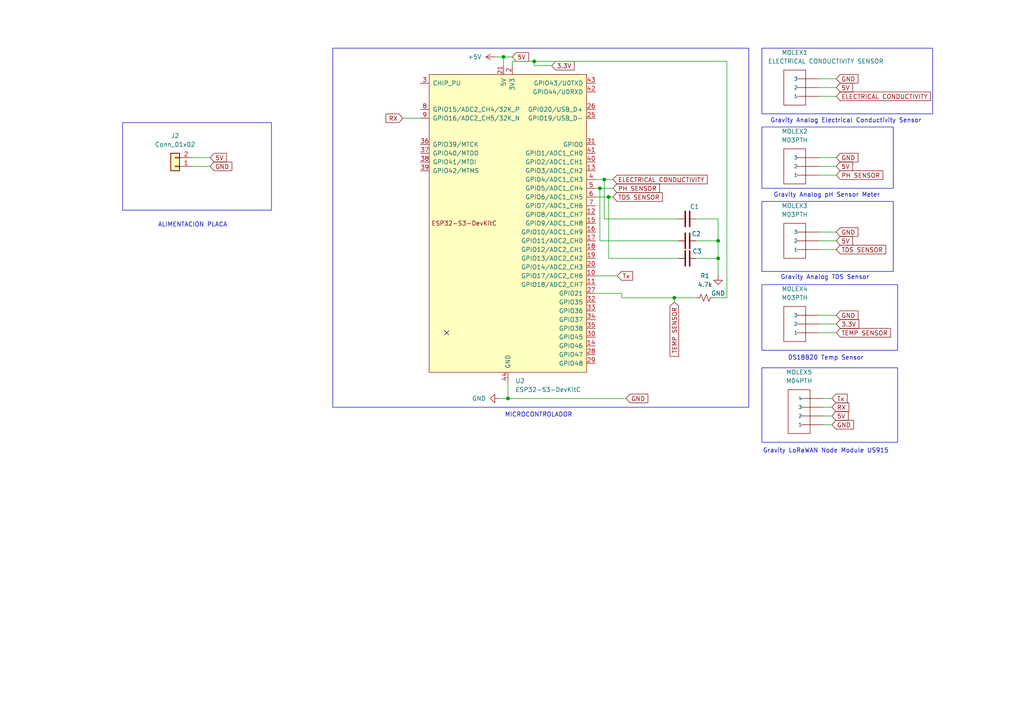
<source format=kicad_sch>
(kicad_sch
	(version 20250114)
	(generator "eeschema")
	(generator_version "9.0")
	(uuid "4878f518-0ef3-4f65-a6b2-5ae917900823")
	(paper "A4")
	(title_block
		(title "Placa de control transmisora")
		(rev "Camila F. Vargas")
		(company "Instituto Tecnologico de las Americas")
	)
	(lib_symbols
		(symbol "Espressif:ESP32-S3-DevKitC"
			(pin_names
				(offset 1.016)
			)
			(exclude_from_sim no)
			(in_bom yes)
			(on_board yes)
			(property "Reference" "U"
				(at -22.86 48.26 0)
				(effects
					(font
						(size 1.27 1.27)
					)
					(justify left)
				)
			)
			(property "Value" "ESP32-S3-DevKitC"
				(at -22.86 45.72 0)
				(effects
					(font
						(size 1.27 1.27)
					)
					(justify left)
				)
			)
			(property "Footprint" "PCM_Espressif:ESP32-S3-DevKitC"
				(at 0 -57.15 0)
				(effects
					(font
						(size 1.27 1.27)
					)
					(hide yes)
				)
			)
			(property "Datasheet" ""
				(at -59.69 -2.54 0)
				(effects
					(font
						(size 1.27 1.27)
					)
					(hide yes)
				)
			)
			(property "Description" "ESP32-S3-DevKitC"
				(at 0 0 0)
				(effects
					(font
						(size 1.27 1.27)
					)
					(hide yes)
				)
			)
			(symbol "ESP32-S3-DevKitC_0_0"
				(text "ESP32-S3-DevKitC"
					(at -12.7 0 0)
					(effects
						(font
							(size 1.27 1.27)
						)
					)
				)
				(pin bidirectional line
					(at -25.4 15.24 0)
					(length 2.54)
					(name "GPIO42/MTMS"
						(effects
							(font
								(size 1.27 1.27)
							)
						)
					)
					(number "39"
						(effects
							(font
								(size 1.27 1.27)
							)
						)
					)
				)
				(pin power_in line
					(at 0 -45.72 90)
					(length 2.54)
					(name "GND"
						(effects
							(font
								(size 1.27 1.27)
							)
						)
					)
					(number "44"
						(effects
							(font
								(size 1.27 1.27)
							)
						)
					)
				)
				(pin bidirectional line
					(at 25.4 40.64 180)
					(length 2.54)
					(name "GPIO43/U0TXD"
						(effects
							(font
								(size 1.27 1.27)
							)
						)
					)
					(number "43"
						(effects
							(font
								(size 1.27 1.27)
							)
						)
					)
				)
				(pin bidirectional line
					(at 25.4 38.1 180)
					(length 2.54)
					(name "GPIO44/U0RXD"
						(effects
							(font
								(size 1.27 1.27)
							)
						)
					)
					(number "42"
						(effects
							(font
								(size 1.27 1.27)
							)
						)
					)
				)
				(pin bidirectional line
					(at 25.4 20.32 180)
					(length 2.54)
					(name "GPIO1/ADC1_CH0"
						(effects
							(font
								(size 1.27 1.27)
							)
						)
					)
					(number "41"
						(effects
							(font
								(size 1.27 1.27)
							)
						)
					)
				)
				(pin bidirectional line
					(at 25.4 17.78 180)
					(length 2.54)
					(name "GPIO2/ADC1_CH1"
						(effects
							(font
								(size 1.27 1.27)
							)
						)
					)
					(number "40"
						(effects
							(font
								(size 1.27 1.27)
							)
						)
					)
				)
				(pin bidirectional line
					(at 25.4 -10.16 180)
					(length 2.54)
					(name "GPIO13/ADC2_CH2"
						(effects
							(font
								(size 1.27 1.27)
							)
						)
					)
					(number "19"
						(effects
							(font
								(size 1.27 1.27)
							)
						)
					)
				)
				(pin bidirectional line
					(at 25.4 -35.56 180)
					(length 2.54)
					(name "GPIO46"
						(effects
							(font
								(size 1.27 1.27)
							)
						)
					)
					(number "14"
						(effects
							(font
								(size 1.27 1.27)
							)
						)
					)
				)
			)
			(symbol "ESP32-S3-DevKitC_0_1"
				(rectangle
					(start -22.86 43.18)
					(end 22.86 -43.18)
					(stroke
						(width 0)
						(type default)
					)
					(fill
						(type background)
					)
				)
				(pin power_in line
					(at 1.27 45.72 270)
					(length 2.54)
					(name "3V3"
						(effects
							(font
								(size 1.27 1.27)
							)
						)
					)
					(number "2"
						(effects
							(font
								(size 1.27 1.27)
							)
						)
					)
				)
			)
			(symbol "ESP32-S3-DevKitC_1_1"
				(pin input line
					(at -25.4 40.64 0)
					(length 2.54)
					(name "CHIP_PU"
						(effects
							(font
								(size 1.27 1.27)
							)
						)
					)
					(number "3"
						(effects
							(font
								(size 1.27 1.27)
							)
						)
					)
				)
				(pin bidirectional line
					(at -25.4 33.02 0)
					(length 2.54)
					(name "GPIO15/ADC2_CH4/32K_P"
						(effects
							(font
								(size 1.27 1.27)
							)
						)
					)
					(number "8"
						(effects
							(font
								(size 1.27 1.27)
							)
						)
					)
				)
				(pin bidirectional line
					(at -25.4 30.48 0)
					(length 2.54)
					(name "GPIO16/ADC2_CH5/32K_N"
						(effects
							(font
								(size 1.27 1.27)
							)
						)
					)
					(number "9"
						(effects
							(font
								(size 1.27 1.27)
							)
						)
					)
				)
				(pin bidirectional line
					(at -25.4 22.86 0)
					(length 2.54)
					(name "GPIO39/MTCK"
						(effects
							(font
								(size 1.27 1.27)
							)
						)
					)
					(number "36"
						(effects
							(font
								(size 1.27 1.27)
							)
						)
					)
				)
				(pin bidirectional line
					(at -25.4 20.32 0)
					(length 2.54)
					(name "GPIO40/MTDO"
						(effects
							(font
								(size 1.27 1.27)
							)
						)
					)
					(number "37"
						(effects
							(font
								(size 1.27 1.27)
							)
						)
					)
				)
				(pin bidirectional line
					(at -25.4 17.78 0)
					(length 2.54)
					(name "GPIO41/MTDI"
						(effects
							(font
								(size 1.27 1.27)
							)
						)
					)
					(number "38"
						(effects
							(font
								(size 1.27 1.27)
							)
						)
					)
				)
				(pin power_in line
					(at -1.27 45.72 270)
					(length 2.54)
					(name "5V"
						(effects
							(font
								(size 1.27 1.27)
							)
						)
					)
					(number "21"
						(effects
							(font
								(size 1.27 1.27)
							)
						)
					)
				)
				(pin passive line
					(at 0 -45.72 90)
					(length 2.54)
					(hide yes)
					(name "GND"
						(effects
							(font
								(size 1.27 1.27)
							)
						)
					)
					(number "22"
						(effects
							(font
								(size 1.27 1.27)
							)
						)
					)
				)
				(pin passive line
					(at 0 -45.72 90)
					(length 2.54)
					(hide yes)
					(name "GND"
						(effects
							(font
								(size 1.27 1.27)
							)
						)
					)
					(number "23"
						(effects
							(font
								(size 1.27 1.27)
							)
						)
					)
				)
				(pin passive line
					(at 0 -45.72 90)
					(length 2.54)
					(hide yes)
					(name "GND"
						(effects
							(font
								(size 1.27 1.27)
							)
						)
					)
					(number "24"
						(effects
							(font
								(size 1.27 1.27)
							)
						)
					)
				)
				(pin passive line
					(at 1.27 45.72 270)
					(length 2.54)
					(hide yes)
					(name "3V3"
						(effects
							(font
								(size 1.27 1.27)
							)
						)
					)
					(number "1"
						(effects
							(font
								(size 1.27 1.27)
							)
						)
					)
				)
				(pin bidirectional line
					(at 25.4 33.02 180)
					(length 2.54)
					(name "GPIO20/USB_D+"
						(effects
							(font
								(size 1.27 1.27)
							)
						)
					)
					(number "26"
						(effects
							(font
								(size 1.27 1.27)
							)
						)
					)
				)
				(pin bidirectional line
					(at 25.4 30.48 180)
					(length 2.54)
					(name "GPIO19/USB_D-"
						(effects
							(font
								(size 1.27 1.27)
							)
						)
					)
					(number "25"
						(effects
							(font
								(size 1.27 1.27)
							)
						)
					)
				)
				(pin bidirectional line
					(at 25.4 22.86 180)
					(length 2.54)
					(name "GPIO0"
						(effects
							(font
								(size 1.27 1.27)
							)
						)
					)
					(number "31"
						(effects
							(font
								(size 1.27 1.27)
							)
						)
					)
				)
				(pin bidirectional line
					(at 25.4 15.24 180)
					(length 2.54)
					(name "GPIO3/ADC1_CH2"
						(effects
							(font
								(size 1.27 1.27)
							)
						)
					)
					(number "13"
						(effects
							(font
								(size 1.27 1.27)
							)
						)
					)
				)
				(pin bidirectional line
					(at 25.4 12.7 180)
					(length 2.54)
					(name "GPIO4/ADC1_CH3"
						(effects
							(font
								(size 1.27 1.27)
							)
						)
					)
					(number "4"
						(effects
							(font
								(size 1.27 1.27)
							)
						)
					)
				)
				(pin bidirectional line
					(at 25.4 10.16 180)
					(length 2.54)
					(name "GPIO5/ADC1_CH4"
						(effects
							(font
								(size 1.27 1.27)
							)
						)
					)
					(number "5"
						(effects
							(font
								(size 1.27 1.27)
							)
						)
					)
				)
				(pin bidirectional line
					(at 25.4 7.62 180)
					(length 2.54)
					(name "GPIO6/ADC1_CH5"
						(effects
							(font
								(size 1.27 1.27)
							)
						)
					)
					(number "6"
						(effects
							(font
								(size 1.27 1.27)
							)
						)
					)
				)
				(pin bidirectional line
					(at 25.4 5.08 180)
					(length 2.54)
					(name "GPIO7/ADC1_CH6"
						(effects
							(font
								(size 1.27 1.27)
							)
						)
					)
					(number "7"
						(effects
							(font
								(size 1.27 1.27)
							)
						)
					)
				)
				(pin bidirectional line
					(at 25.4 2.54 180)
					(length 2.54)
					(name "GPIO8/ADC1_CH7"
						(effects
							(font
								(size 1.27 1.27)
							)
						)
					)
					(number "12"
						(effects
							(font
								(size 1.27 1.27)
							)
						)
					)
				)
				(pin bidirectional line
					(at 25.4 0 180)
					(length 2.54)
					(name "GPIO9/ADC1_CH8"
						(effects
							(font
								(size 1.27 1.27)
							)
						)
					)
					(number "15"
						(effects
							(font
								(size 1.27 1.27)
							)
						)
					)
				)
				(pin bidirectional line
					(at 25.4 -2.54 180)
					(length 2.54)
					(name "GPIO10/ADC1_CH9"
						(effects
							(font
								(size 1.27 1.27)
							)
						)
					)
					(number "16"
						(effects
							(font
								(size 1.27 1.27)
							)
						)
					)
				)
				(pin bidirectional line
					(at 25.4 -5.08 180)
					(length 2.54)
					(name "GPIO11/ADC2_CH0"
						(effects
							(font
								(size 1.27 1.27)
							)
						)
					)
					(number "17"
						(effects
							(font
								(size 1.27 1.27)
							)
						)
					)
				)
				(pin bidirectional line
					(at 25.4 -7.62 180)
					(length 2.54)
					(name "GPIO12/ADC2_CH1"
						(effects
							(font
								(size 1.27 1.27)
							)
						)
					)
					(number "18"
						(effects
							(font
								(size 1.27 1.27)
							)
						)
					)
				)
				(pin bidirectional line
					(at 25.4 -12.7 180)
					(length 2.54)
					(name "GPIO14/ADC2_CH3"
						(effects
							(font
								(size 1.27 1.27)
							)
						)
					)
					(number "20"
						(effects
							(font
								(size 1.27 1.27)
							)
						)
					)
				)
				(pin bidirectional line
					(at 25.4 -15.24 180)
					(length 2.54)
					(name "GPIO17/ADC2_CH6"
						(effects
							(font
								(size 1.27 1.27)
							)
						)
					)
					(number "10"
						(effects
							(font
								(size 1.27 1.27)
							)
						)
					)
				)
				(pin bidirectional line
					(at 25.4 -17.78 180)
					(length 2.54)
					(name "GPIO18/ADC2_CH7"
						(effects
							(font
								(size 1.27 1.27)
							)
						)
					)
					(number "11"
						(effects
							(font
								(size 1.27 1.27)
							)
						)
					)
				)
				(pin bidirectional line
					(at 25.4 -20.32 180)
					(length 2.54)
					(name "GPIO21"
						(effects
							(font
								(size 1.27 1.27)
							)
						)
					)
					(number "27"
						(effects
							(font
								(size 1.27 1.27)
							)
						)
					)
				)
				(pin bidirectional line
					(at 25.4 -22.86 180)
					(length 2.54)
					(name "GPIO35"
						(effects
							(font
								(size 1.27 1.27)
							)
						)
					)
					(number "32"
						(effects
							(font
								(size 1.27 1.27)
							)
						)
					)
				)
				(pin bidirectional line
					(at 25.4 -25.4 180)
					(length 2.54)
					(name "GPIO36"
						(effects
							(font
								(size 1.27 1.27)
							)
						)
					)
					(number "33"
						(effects
							(font
								(size 1.27 1.27)
							)
						)
					)
				)
				(pin bidirectional line
					(at 25.4 -27.94 180)
					(length 2.54)
					(name "GPIO37"
						(effects
							(font
								(size 1.27 1.27)
							)
						)
					)
					(number "34"
						(effects
							(font
								(size 1.27 1.27)
							)
						)
					)
				)
				(pin bidirectional line
					(at 25.4 -30.48 180)
					(length 2.54)
					(name "GPIO38"
						(effects
							(font
								(size 1.27 1.27)
							)
						)
					)
					(number "35"
						(effects
							(font
								(size 1.27 1.27)
							)
						)
					)
				)
				(pin bidirectional line
					(at 25.4 -33.02 180)
					(length 2.54)
					(name "GPIO45"
						(effects
							(font
								(size 1.27 1.27)
							)
						)
					)
					(number "30"
						(effects
							(font
								(size 1.27 1.27)
							)
						)
					)
				)
				(pin bidirectional line
					(at 25.4 -38.1 180)
					(length 2.54)
					(name "GPIO47"
						(effects
							(font
								(size 1.27 1.27)
							)
						)
					)
					(number "28"
						(effects
							(font
								(size 1.27 1.27)
							)
						)
					)
				)
				(pin bidirectional line
					(at 25.4 -40.64 180)
					(length 2.54)
					(name "GPIO48"
						(effects
							(font
								(size 1.27 1.27)
							)
						)
					)
					(number "29"
						(effects
							(font
								(size 1.27 1.27)
							)
						)
					)
				)
			)
			(embedded_fonts no)
		)
		(symbol "PCM_SL_Capacitors:100nF_Ceramic"
			(exclude_from_sim no)
			(in_bom yes)
			(on_board yes)
			(property "Reference" "C"
				(at 0 6.35 0)
				(effects
					(font
						(size 1.27 1.27)
					)
				)
			)
			(property "Value" "100nF_Ceramic"
				(at 0 3.81 0)
				(effects
					(font
						(size 1.27 1.27)
					)
				)
			)
			(property "Footprint" "Capacitor_THT:C_Disc_D5.0mm_W2.5mm_P2.50mm"
				(at 0 -3.81 0)
				(effects
					(font
						(size 1.27 1.27)
					)
					(hide yes)
				)
			)
			(property "Datasheet" ""
				(at 0 0 0)
				(effects
					(font
						(size 1.27 1.27)
					)
					(hide yes)
				)
			)
			(property "Description" "100nF Ceramic Capacitor"
				(at 0 0 0)
				(effects
					(font
						(size 1.27 1.27)
					)
					(hide yes)
				)
			)
			(property "ki_keywords" "Ceramic Capacitor 104 100nF"
				(at 0 0 0)
				(effects
					(font
						(size 1.27 1.27)
					)
					(hide yes)
				)
			)
			(symbol "100nF_Ceramic_0_1"
				(rectangle
					(start -0.762 2.286)
					(end -0.508 -2.286)
					(stroke
						(width 0)
						(type default)
					)
					(fill
						(type outline)
					)
				)
				(rectangle
					(start 0.508 2.286)
					(end 0.762 -2.286)
					(stroke
						(width 0)
						(type default)
					)
					(fill
						(type outline)
					)
				)
			)
			(symbol "100nF_Ceramic_1_1"
				(pin passive line
					(at -2.54 0 0)
					(length 2)
					(name "~"
						(effects
							(font
								(size 0 0)
							)
						)
					)
					(number "1"
						(effects
							(font
								(size 0 0)
							)
						)
					)
				)
				(pin input line
					(at 2.54 0 180)
					(length 2)
					(name "~"
						(effects
							(font
								(size 0 0)
							)
						)
					)
					(number "2"
						(effects
							(font
								(size 0 0)
							)
						)
					)
				)
			)
			(embedded_fonts no)
		)
		(symbol "SparkFun-Connector:Conn_01x02"
			(pin_names
				(offset 1.016)
				(hide yes)
			)
			(exclude_from_sim no)
			(in_bom yes)
			(on_board yes)
			(property "Reference" "J"
				(at 0 2.54 0)
				(effects
					(font
						(size 1.27 1.27)
					)
				)
			)
			(property "Value" "Conn_01x02"
				(at 0 -5.08 0)
				(effects
					(font
						(size 1.27 1.27)
					)
				)
			)
			(property "Footprint" "SparkFun-Connector:1x02"
				(at 0 -7.62 0)
				(effects
					(font
						(size 1.27 1.27)
					)
					(hide yes)
				)
			)
			(property "Datasheet" "~"
				(at 0 -8.89 0)
				(effects
					(font
						(size 1.27 1.27)
					)
					(hide yes)
				)
			)
			(property "Description" "Basic 0.1\" PTH"
				(at 0 -11.43 0)
				(effects
					(font
						(size 1.27 1.27)
					)
					(hide yes)
				)
			)
			(property "ki_keywords" "SparkFun connector"
				(at 0 0 0)
				(effects
					(font
						(size 1.27 1.27)
					)
					(hide yes)
				)
			)
			(property "ki_fp_filters" "Connector*:*_1x??_*"
				(at 0 0 0)
				(effects
					(font
						(size 1.27 1.27)
					)
					(hide yes)
				)
			)
			(symbol "Conn_01x02_1_1"
				(rectangle
					(start -1.27 1.27)
					(end 1.27 -3.81)
					(stroke
						(width 0.254)
						(type default)
					)
					(fill
						(type background)
					)
				)
				(rectangle
					(start -1.27 0.127)
					(end 0 -0.127)
					(stroke
						(width 0.1524)
						(type default)
					)
					(fill
						(type none)
					)
				)
				(rectangle
					(start -1.27 -2.413)
					(end 0 -2.667)
					(stroke
						(width 0.1524)
						(type default)
					)
					(fill
						(type none)
					)
				)
				(pin passive line
					(at -5.08 0 0)
					(length 3.81)
					(name "Pin_1"
						(effects
							(font
								(size 1.27 1.27)
							)
						)
					)
					(number "1"
						(effects
							(font
								(size 1.27 1.27)
							)
						)
					)
				)
				(pin passive line
					(at -5.08 -2.54 0)
					(length 3.81)
					(name "Pin_2"
						(effects
							(font
								(size 1.27 1.27)
							)
						)
					)
					(number "2"
						(effects
							(font
								(size 1.27 1.27)
							)
						)
					)
				)
			)
			(embedded_fonts no)
		)
		(symbol "SparkFun-Connectors:M03PTH"
			(pin_numbers
				(hide yes)
			)
			(pin_names
				(offset 1.016)
			)
			(exclude_from_sim no)
			(in_bom yes)
			(on_board yes)
			(property "Reference" "J"
				(at -2.54 5.842 0)
				(effects
					(font
						(size 1.27 1.27)
					)
					(justify left bottom)
				)
			)
			(property "Value" "M03PTH"
				(at -2.54 -7.62 0)
				(effects
					(font
						(size 1.27 1.27)
					)
					(justify left bottom)
				)
			)
			(property "Footprint" "1X03"
				(at 0.762 3.81 0)
				(effects
					(font
						(size 0.508 0.508)
					)
					(hide yes)
				)
			)
			(property "Datasheet" ""
				(at 0 0 0)
				(effects
					(font
						(size 1.524 1.524)
					)
				)
			)
			(property "Description" ""
				(at 0 0 0)
				(effects
					(font
						(size 1.27 1.27)
					)
					(hide yes)
				)
			)
			(property "ki_locked" ""
				(at 0 0 0)
				(effects
					(font
						(size 1.27 1.27)
					)
				)
			)
			(property "ki_fp_filters" "*1X03*"
				(at 0 0 0)
				(effects
					(font
						(size 1.27 1.27)
					)
					(hide yes)
				)
			)
			(symbol "M03PTH_1_0"
				(polyline
					(pts
						(xy -2.54 5.08) (xy -2.54 -5.08)
					)
					(stroke
						(width 0)
						(type solid)
					)
					(fill
						(type none)
					)
				)
				(polyline
					(pts
						(xy -2.54 5.08) (xy 3.81 5.08)
					)
					(stroke
						(width 0)
						(type solid)
					)
					(fill
						(type none)
					)
				)
				(polyline
					(pts
						(xy 1.27 2.54) (xy 2.54 2.54)
					)
					(stroke
						(width 0)
						(type solid)
					)
					(fill
						(type none)
					)
				)
				(polyline
					(pts
						(xy 1.27 0) (xy 2.54 0)
					)
					(stroke
						(width 0)
						(type solid)
					)
					(fill
						(type none)
					)
				)
				(polyline
					(pts
						(xy 1.27 -2.54) (xy 2.54 -2.54)
					)
					(stroke
						(width 0)
						(type solid)
					)
					(fill
						(type none)
					)
				)
				(polyline
					(pts
						(xy 3.81 -5.08) (xy -2.54 -5.08)
					)
					(stroke
						(width 0)
						(type solid)
					)
					(fill
						(type none)
					)
				)
				(polyline
					(pts
						(xy 3.81 -5.08) (xy 3.81 5.08)
					)
					(stroke
						(width 0)
						(type solid)
					)
					(fill
						(type none)
					)
				)
			)
			(symbol "M03PTH_1_1"
				(pin passive line
					(at 7.62 2.54 180)
					(length 5.08)
					(name "3"
						(effects
							(font
								(size 1.016 1.016)
							)
						)
					)
					(number "3"
						(effects
							(font
								(size 1.016 1.016)
							)
						)
					)
				)
				(pin passive line
					(at 7.62 0 180)
					(length 5.08)
					(name "2"
						(effects
							(font
								(size 1.016 1.016)
							)
						)
					)
					(number "2"
						(effects
							(font
								(size 1.016 1.016)
							)
						)
					)
				)
				(pin passive line
					(at 7.62 -2.54 180)
					(length 5.08)
					(name "1"
						(effects
							(font
								(size 1.016 1.016)
							)
						)
					)
					(number "1"
						(effects
							(font
								(size 1.016 1.016)
							)
						)
					)
				)
			)
			(embedded_fonts no)
		)
		(symbol "SparkFun-Connectors:M04PTH"
			(pin_numbers
				(hide yes)
			)
			(pin_names
				(offset 1.016)
			)
			(exclude_from_sim no)
			(in_bom yes)
			(on_board yes)
			(property "Reference" "J"
				(at -5.08 8.382 0)
				(effects
					(font
						(size 1.27 1.27)
					)
					(justify left bottom)
				)
			)
			(property "Value" "M04PTH"
				(at -5.08 -7.62 0)
				(effects
					(font
						(size 1.27 1.27)
					)
					(justify left bottom)
				)
			)
			(property "Footprint" "1X04"
				(at 0.762 3.81 0)
				(effects
					(font
						(size 0.508 0.508)
					)
					(hide yes)
				)
			)
			(property "Datasheet" ""
				(at 0 0 0)
				(effects
					(font
						(size 1.524 1.524)
					)
				)
			)
			(property "Description" ""
				(at 0 0 0)
				(effects
					(font
						(size 1.27 1.27)
					)
					(hide yes)
				)
			)
			(property "ki_locked" ""
				(at 0 0 0)
				(effects
					(font
						(size 1.27 1.27)
					)
				)
			)
			(property "ki_fp_filters" "*1X04*"
				(at 0 0 0)
				(effects
					(font
						(size 1.27 1.27)
					)
					(hide yes)
				)
			)
			(symbol "M04PTH_1_0"
				(polyline
					(pts
						(xy -5.08 7.62) (xy -5.08 -5.08)
					)
					(stroke
						(width 0)
						(type solid)
					)
					(fill
						(type none)
					)
				)
				(polyline
					(pts
						(xy -5.08 7.62) (xy 1.27 7.62)
					)
					(stroke
						(width 0)
						(type solid)
					)
					(fill
						(type none)
					)
				)
				(polyline
					(pts
						(xy -1.27 5.08) (xy 0 5.08)
					)
					(stroke
						(width 0)
						(type solid)
					)
					(fill
						(type none)
					)
				)
				(polyline
					(pts
						(xy -1.27 2.54) (xy 0 2.54)
					)
					(stroke
						(width 0)
						(type solid)
					)
					(fill
						(type none)
					)
				)
				(polyline
					(pts
						(xy -1.27 0) (xy 0 0)
					)
					(stroke
						(width 0)
						(type solid)
					)
					(fill
						(type none)
					)
				)
				(polyline
					(pts
						(xy -1.27 -2.54) (xy 0 -2.54)
					)
					(stroke
						(width 0)
						(type solid)
					)
					(fill
						(type none)
					)
				)
				(polyline
					(pts
						(xy 1.27 -5.08) (xy -5.08 -5.08)
					)
					(stroke
						(width 0)
						(type solid)
					)
					(fill
						(type none)
					)
				)
				(polyline
					(pts
						(xy 1.27 -5.08) (xy 1.27 7.62)
					)
					(stroke
						(width 0)
						(type solid)
					)
					(fill
						(type none)
					)
				)
			)
			(symbol "M04PTH_1_1"
				(pin passive line
					(at 5.08 5.08 180)
					(length 5.08)
					(name "4"
						(effects
							(font
								(size 1.016 1.016)
							)
						)
					)
					(number "4"
						(effects
							(font
								(size 1.016 1.016)
							)
						)
					)
				)
				(pin passive line
					(at 5.08 2.54 180)
					(length 5.08)
					(name "3"
						(effects
							(font
								(size 1.016 1.016)
							)
						)
					)
					(number "3"
						(effects
							(font
								(size 1.016 1.016)
							)
						)
					)
				)
				(pin passive line
					(at 5.08 0 180)
					(length 5.08)
					(name "2"
						(effects
							(font
								(size 1.016 1.016)
							)
						)
					)
					(number "2"
						(effects
							(font
								(size 1.016 1.016)
							)
						)
					)
				)
				(pin passive line
					(at 5.08 -2.54 180)
					(length 5.08)
					(name "1"
						(effects
							(font
								(size 1.016 1.016)
							)
						)
					)
					(number "1"
						(effects
							(font
								(size 1.016 1.016)
							)
						)
					)
				)
			)
			(embedded_fonts no)
		)
		(symbol "SparkFun-Resistor:4.7k_0603"
			(pin_numbers
				(hide yes)
			)
			(pin_names
				(offset 0)
			)
			(exclude_from_sim no)
			(in_bom yes)
			(on_board yes)
			(property "Reference" "R"
				(at 0 -2.54 0)
				(effects
					(font
						(size 1.27 1.27)
					)
				)
			)
			(property "Value" "4.7k"
				(at 0 2.54 0)
				(effects
					(font
						(size 1.27 1.27)
					)
				)
			)
			(property "Footprint" "SparkFun-Resistor:R_0603_1608Metric"
				(at 0 -4.318 0)
				(effects
					(font
						(size 1.27 1.27)
					)
					(hide yes)
				)
			)
			(property "Datasheet" "https://www.vishay.com/docs/20035/dcrcwe3.pdf"
				(at 0 -8.89 0)
				(effects
					(font
						(size 1.27 1.27)
					)
					(hide yes)
				)
			)
			(property "Description" "Resistor"
				(at 0 -11.43 0)
				(effects
					(font
						(size 1.27 1.27)
					)
					(hide yes)
				)
			)
			(property "PROD_ID" "RES-07857"
				(at 0 -6.604 0)
				(effects
					(font
						(size 1.27 1.27)
					)
					(hide yes)
				)
			)
			(property "ki_keywords" "SparkFun R res resistor"
				(at 0 0 0)
				(effects
					(font
						(size 1.27 1.27)
					)
					(hide yes)
				)
			)
			(property "ki_fp_filters" "R_*"
				(at 0 0 0)
				(effects
					(font
						(size 1.27 1.27)
					)
					(hide yes)
				)
			)
			(symbol "4.7k_0603_0_1"
				(polyline
					(pts
						(xy -1.524 0) (xy -1.143 1.016) (xy -0.762 0) (xy -0.381 -1.016) (xy 0 0)
					)
					(stroke
						(width 0)
						(type default)
					)
					(fill
						(type none)
					)
				)
				(polyline
					(pts
						(xy 0 0) (xy 0.381 1.016) (xy 0.762 0) (xy 1.143 -1.016) (xy 1.524 0)
					)
					(stroke
						(width 0)
						(type default)
					)
					(fill
						(type none)
					)
				)
			)
			(symbol "4.7k_0603_1_1"
				(pin passive line
					(at -2.54 0 0)
					(length 1.016)
					(name "~"
						(effects
							(font
								(size 1.27 1.27)
							)
						)
					)
					(number "1"
						(effects
							(font
								(size 1.27 1.27)
							)
						)
					)
				)
				(pin passive line
					(at 2.54 0 180)
					(length 1.016)
					(name "~"
						(effects
							(font
								(size 1.27 1.27)
							)
						)
					)
					(number "2"
						(effects
							(font
								(size 1.27 1.27)
							)
						)
					)
				)
			)
			(embedded_fonts no)
		)
		(symbol "power:+5V"
			(power)
			(pin_numbers
				(hide yes)
			)
			(pin_names
				(offset 0)
				(hide yes)
			)
			(exclude_from_sim no)
			(in_bom yes)
			(on_board yes)
			(property "Reference" "#PWR"
				(at 0 -3.81 0)
				(effects
					(font
						(size 1.27 1.27)
					)
					(hide yes)
				)
			)
			(property "Value" "+5V"
				(at 0 3.556 0)
				(effects
					(font
						(size 1.27 1.27)
					)
				)
			)
			(property "Footprint" ""
				(at 0 0 0)
				(effects
					(font
						(size 1.27 1.27)
					)
					(hide yes)
				)
			)
			(property "Datasheet" ""
				(at 0 0 0)
				(effects
					(font
						(size 1.27 1.27)
					)
					(hide yes)
				)
			)
			(property "Description" "Power symbol creates a global label with name \"+5V\""
				(at 0 0 0)
				(effects
					(font
						(size 1.27 1.27)
					)
					(hide yes)
				)
			)
			(property "ki_keywords" "global power"
				(at 0 0 0)
				(effects
					(font
						(size 1.27 1.27)
					)
					(hide yes)
				)
			)
			(symbol "+5V_0_1"
				(polyline
					(pts
						(xy -0.762 1.27) (xy 0 2.54)
					)
					(stroke
						(width 0)
						(type default)
					)
					(fill
						(type none)
					)
				)
				(polyline
					(pts
						(xy 0 2.54) (xy 0.762 1.27)
					)
					(stroke
						(width 0)
						(type default)
					)
					(fill
						(type none)
					)
				)
				(polyline
					(pts
						(xy 0 0) (xy 0 2.54)
					)
					(stroke
						(width 0)
						(type default)
					)
					(fill
						(type none)
					)
				)
			)
			(symbol "+5V_1_1"
				(pin power_in line
					(at 0 0 90)
					(length 0)
					(name "~"
						(effects
							(font
								(size 1.27 1.27)
							)
						)
					)
					(number "1"
						(effects
							(font
								(size 1.27 1.27)
							)
						)
					)
				)
			)
			(embedded_fonts no)
		)
		(symbol "power:GND"
			(power)
			(pin_numbers
				(hide yes)
			)
			(pin_names
				(offset 0)
				(hide yes)
			)
			(exclude_from_sim no)
			(in_bom yes)
			(on_board yes)
			(property "Reference" "#PWR"
				(at 0 -6.35 0)
				(effects
					(font
						(size 1.27 1.27)
					)
					(hide yes)
				)
			)
			(property "Value" "GND"
				(at 0 -3.81 0)
				(effects
					(font
						(size 1.27 1.27)
					)
				)
			)
			(property "Footprint" ""
				(at 0 0 0)
				(effects
					(font
						(size 1.27 1.27)
					)
					(hide yes)
				)
			)
			(property "Datasheet" ""
				(at 0 0 0)
				(effects
					(font
						(size 1.27 1.27)
					)
					(hide yes)
				)
			)
			(property "Description" "Power symbol creates a global label with name \"GND\" , ground"
				(at 0 0 0)
				(effects
					(font
						(size 1.27 1.27)
					)
					(hide yes)
				)
			)
			(property "ki_keywords" "global power"
				(at 0 0 0)
				(effects
					(font
						(size 1.27 1.27)
					)
					(hide yes)
				)
			)
			(symbol "GND_0_1"
				(polyline
					(pts
						(xy 0 0) (xy 0 -1.27) (xy 1.27 -1.27) (xy 0 -2.54) (xy -1.27 -1.27) (xy 0 -1.27)
					)
					(stroke
						(width 0)
						(type default)
					)
					(fill
						(type none)
					)
				)
			)
			(symbol "GND_1_1"
				(pin power_in line
					(at 0 0 270)
					(length 0)
					(name "~"
						(effects
							(font
								(size 1.27 1.27)
							)
						)
					)
					(number "1"
						(effects
							(font
								(size 1.27 1.27)
							)
						)
					)
				)
			)
			(embedded_fonts no)
		)
	)
	(rectangle
		(start 220.98 82.55)
		(end 260.35 101.6)
		(stroke
			(width 0)
			(type default)
		)
		(fill
			(type none)
		)
		(uuid 081f2d06-e018-42d5-ac61-f8701484f394)
	)
	(rectangle
		(start 35.56 35.56)
		(end 78.74 60.96)
		(stroke
			(width 0)
			(type default)
		)
		(fill
			(type none)
		)
		(uuid 2997a91b-b863-4410-b751-f78af1ddaf1a)
	)
	(rectangle
		(start 220.98 58.42)
		(end 259.08 78.74)
		(stroke
			(width 0)
			(type default)
		)
		(fill
			(type none)
		)
		(uuid 43d2b356-a761-4dc3-9bb3-9eb2d1151e01)
	)
	(rectangle
		(start 96.52 13.97)
		(end 217.17 118.11)
		(stroke
			(width 0)
			(type default)
		)
		(fill
			(type none)
		)
		(uuid 694ee6cf-b460-4428-b63b-2441073415df)
	)
	(rectangle
		(start 220.98 13.97)
		(end 270.51 33.02)
		(stroke
			(width 0)
			(type default)
		)
		(fill
			(type none)
		)
		(uuid 7e031e7d-38c2-49d7-a2ac-cb13cea739f7)
	)
	(rectangle
		(start 220.98 36.83)
		(end 259.08 54.61)
		(stroke
			(width 0)
			(type default)
		)
		(fill
			(type none)
		)
		(uuid d97cd47e-7ee3-4ad1-8106-4be88289e28d)
	)
	(rectangle
		(start 220.98 106.68)
		(end 260.35 128.27)
		(stroke
			(width 0)
			(type default)
		)
		(fill
			(type none)
		)
		(uuid ec8523b2-cd61-4aec-bc0b-86c11c06ae52)
	)
	(text "Gravity Analog TDS Sensor"
		(exclude_from_sim no)
		(at 239.268 80.518 0)
		(effects
			(font
				(size 1.27 1.27)
			)
		)
		(uuid "4765a649-5a42-45b8-83ef-2ea5207dcf0f")
	)
	(text "Gravity LoRaWAN Node Module US915"
		(exclude_from_sim no)
		(at 239.522 130.81 0)
		(effects
			(font
				(size 1.27 1.27)
			)
		)
		(uuid "4bbafa85-7c05-42c3-a422-dafa00f0c9c4")
	)
	(text "ALIMENTACION PLACA"
		(exclude_from_sim no)
		(at 55.88 65.278 0)
		(effects
			(font
				(size 1.27 1.27)
			)
		)
		(uuid "c1036f6a-f57d-429a-a194-6f17eccdce3e")
	)
	(text "Gravity Analog pH Sensor Meter "
		(exclude_from_sim no)
		(at 240.284 56.642 0)
		(effects
			(font
				(size 1.27 1.27)
			)
		)
		(uuid "c2d6119b-d963-466c-9bdc-5ca19e7c0da4")
	)
	(text "MICROCONTROLADOR"
		(exclude_from_sim no)
		(at 156.21 120.396 0)
		(effects
			(font
				(size 1.27 1.27)
			)
		)
		(uuid "cccc7f5e-2d86-4ba5-8ba8-090ff3f1e50a")
	)
	(text "Gravity Analog Electrical Conductivity Sensor"
		(exclude_from_sim no)
		(at 245.364 35.052 0)
		(effects
			(font
				(size 1.27 1.27)
			)
		)
		(uuid "f3985ad2-3564-4468-a9ac-c904a7060ac6")
	)
	(text "DS18B20 Temp Sensor\n"
		(exclude_from_sim no)
		(at 239.522 103.886 0)
		(effects
			(font
				(size 1.27 1.27)
			)
		)
		(uuid "fc1bf5ff-5086-4bae-b51b-a0d97b431206")
	)
	(junction
		(at 146.05 16.51)
		(diameter 0)
		(color 0 0 0 0)
		(uuid "36937388-4b71-49a8-8487-ec45f2678767")
	)
	(junction
		(at 195.58 86.36)
		(diameter 0)
		(color 0 0 0 0)
		(uuid "394fea45-aaf2-4832-bb03-649e046f3082")
	)
	(junction
		(at 176.53 57.15)
		(diameter 0)
		(color 0 0 0 0)
		(uuid "3be680c2-1238-40b0-b073-c50e3cf4f5f4")
	)
	(junction
		(at 208.28 69.85)
		(diameter 0)
		(color 0 0 0 0)
		(uuid "3ced04d0-d661-409c-ba37-e5e35e35c801")
	)
	(junction
		(at 173.99 54.61)
		(diameter 0)
		(color 0 0 0 0)
		(uuid "448ef5e9-84c4-4dd9-be8b-f461d2d851c1")
	)
	(junction
		(at 175.26 52.07)
		(diameter 0)
		(color 0 0 0 0)
		(uuid "5e68c1f3-79d2-4172-81d8-b9f87203a1cb")
	)
	(junction
		(at 147.32 115.57)
		(diameter 0)
		(color 0 0 0 0)
		(uuid "877babd0-3773-4cf0-8d5c-b0c08765b1c8")
	)
	(junction
		(at 154.94 17.78)
		(diameter 0)
		(color 0 0 0 0)
		(uuid "8c68b891-d666-4fea-ade2-cf09004a8084")
	)
	(junction
		(at 208.28 74.93)
		(diameter 0)
		(color 0 0 0 0)
		(uuid "a068611c-4e9d-48cf-b747-7a7ed150ecbe")
	)
	(no_connect
		(at 129.54 96.52)
		(uuid "b88cc268-748d-48ee-9add-355148030255")
	)
	(wire
		(pts
			(xy 196.85 74.93) (xy 176.53 74.93)
		)
		(stroke
			(width 0)
			(type default)
		)
		(uuid "0230ec81-bad9-44c8-9bb0-98ea247d0406")
	)
	(wire
		(pts
			(xy 147.32 115.57) (xy 181.61 115.57)
		)
		(stroke
			(width 0)
			(type default)
		)
		(uuid "09065232-bdd7-4076-9368-e98554e87b4b")
	)
	(wire
		(pts
			(xy 116.84 34.29) (xy 121.92 34.29)
		)
		(stroke
			(width 0)
			(type default)
		)
		(uuid "11a21d19-5bd7-4dcc-9a83-053acc7d99fa")
	)
	(wire
		(pts
			(xy 176.53 57.15) (xy 177.8 57.15)
		)
		(stroke
			(width 0)
			(type default)
		)
		(uuid "179f59f3-f64b-4983-a0c7-95ccad3daa08")
	)
	(wire
		(pts
			(xy 195.58 87.63) (xy 195.58 86.36)
		)
		(stroke
			(width 0)
			(type default)
		)
		(uuid "1efa1436-01ec-4ec6-b8e2-bbc47dbd8495")
	)
	(wire
		(pts
			(xy 154.94 19.05) (xy 154.94 17.78)
		)
		(stroke
			(width 0)
			(type default)
		)
		(uuid "23d9f076-8b35-46f2-a55a-85d80d778e69")
	)
	(wire
		(pts
			(xy 208.28 69.85) (xy 208.28 74.93)
		)
		(stroke
			(width 0)
			(type default)
		)
		(uuid "25febc2f-c680-4733-8928-da889c9dd5b7")
	)
	(wire
		(pts
			(xy 160.02 19.05) (xy 154.94 19.05)
		)
		(stroke
			(width 0)
			(type default)
		)
		(uuid "26ed5313-d2e1-47a5-ba68-52c530757bc8")
	)
	(wire
		(pts
			(xy 144.78 115.57) (xy 147.32 115.57)
		)
		(stroke
			(width 0)
			(type default)
		)
		(uuid "27e16cee-6dec-4844-b295-9f43fc2d7697")
	)
	(wire
		(pts
			(xy 208.28 74.93) (xy 208.28 80.01)
		)
		(stroke
			(width 0)
			(type default)
		)
		(uuid "27e80c14-f5c8-4a3b-834d-482b0e321354")
	)
	(wire
		(pts
			(xy 201.93 63.5) (xy 208.28 63.5)
		)
		(stroke
			(width 0)
			(type default)
		)
		(uuid "29e114e6-32ae-46c5-b792-e382b55d20c9")
	)
	(wire
		(pts
			(xy 237.49 91.44) (xy 242.57 91.44)
		)
		(stroke
			(width 0)
			(type default)
		)
		(uuid "2bf4ec90-066b-4151-aa86-9f6011cb84f2")
	)
	(wire
		(pts
			(xy 238.76 115.57) (xy 241.3 115.57)
		)
		(stroke
			(width 0)
			(type default)
		)
		(uuid "2cf39859-647b-4372-9cea-34c23c5e7b76")
	)
	(wire
		(pts
			(xy 238.76 120.65) (xy 241.3 120.65)
		)
		(stroke
			(width 0)
			(type default)
		)
		(uuid "300ecc11-0a0f-4d13-8bdd-d2d2cd62f1c9")
	)
	(wire
		(pts
			(xy 146.05 16.51) (xy 146.05 19.05)
		)
		(stroke
			(width 0)
			(type default)
		)
		(uuid "316a8a45-05f2-4841-b5fb-0c891ccee29a")
	)
	(wire
		(pts
			(xy 175.26 63.5) (xy 175.26 52.07)
		)
		(stroke
			(width 0)
			(type default)
		)
		(uuid "32166dd6-0f1a-43a6-910d-138c1d7f0c71")
	)
	(wire
		(pts
			(xy 173.99 69.85) (xy 173.99 54.61)
		)
		(stroke
			(width 0)
			(type default)
		)
		(uuid "34eb62ef-63e8-4f4a-97e4-3eacc4f75b69")
	)
	(wire
		(pts
			(xy 237.49 25.4) (xy 242.57 25.4)
		)
		(stroke
			(width 0)
			(type default)
		)
		(uuid "3751b231-a71f-4fb4-8e0e-aed790bb8075")
	)
	(wire
		(pts
			(xy 180.34 85.09) (xy 180.34 86.36)
		)
		(stroke
			(width 0)
			(type default)
		)
		(uuid "45642d54-3a0c-47ac-a92b-2498b936b16f")
	)
	(wire
		(pts
			(xy 196.85 63.5) (xy 175.26 63.5)
		)
		(stroke
			(width 0)
			(type default)
		)
		(uuid "463d0336-532d-4132-bea5-d9a8363110f0")
	)
	(wire
		(pts
			(xy 147.32 110.49) (xy 147.32 115.57)
		)
		(stroke
			(width 0)
			(type default)
		)
		(uuid "47b3bb6e-ab6a-4a2e-984b-25be66520bbd")
	)
	(wire
		(pts
			(xy 176.53 74.93) (xy 176.53 57.15)
		)
		(stroke
			(width 0)
			(type default)
		)
		(uuid "483fff93-53c0-41c6-963e-5080780e72a3")
	)
	(wire
		(pts
			(xy 172.72 85.09) (xy 180.34 85.09)
		)
		(stroke
			(width 0)
			(type default)
		)
		(uuid "48d938fa-b70b-4b28-8cb3-44ef511e66c5")
	)
	(wire
		(pts
			(xy 173.99 54.61) (xy 177.8 54.61)
		)
		(stroke
			(width 0)
			(type default)
		)
		(uuid "4c432add-5509-44ea-9278-5d4059d06a68")
	)
	(wire
		(pts
			(xy 172.72 57.15) (xy 176.53 57.15)
		)
		(stroke
			(width 0)
			(type default)
		)
		(uuid "4e147a9a-8ef0-41c5-9aee-b720e129962e")
	)
	(wire
		(pts
			(xy 237.49 67.31) (xy 242.57 67.31)
		)
		(stroke
			(width 0)
			(type default)
		)
		(uuid "55e21f49-9bc8-491e-a91d-d0caa8fd6579")
	)
	(wire
		(pts
			(xy 237.49 69.85) (xy 242.57 69.85)
		)
		(stroke
			(width 0)
			(type default)
		)
		(uuid "57e1af8d-9f18-44d3-9bff-5dc381a37316")
	)
	(wire
		(pts
			(xy 180.34 86.36) (xy 195.58 86.36)
		)
		(stroke
			(width 0)
			(type default)
		)
		(uuid "646b28db-5151-4064-9b2b-993a70c27b15")
	)
	(wire
		(pts
			(xy 55.88 45.72) (xy 60.96 45.72)
		)
		(stroke
			(width 0)
			(type default)
		)
		(uuid "6a531e72-540c-4374-a9ae-649a46124fca")
	)
	(wire
		(pts
			(xy 238.76 118.11) (xy 241.3 118.11)
		)
		(stroke
			(width 0)
			(type default)
		)
		(uuid "7457ba7e-16e1-4ad7-a1ac-9cbba42bafc1")
	)
	(wire
		(pts
			(xy 172.72 80.01) (xy 179.07 80.01)
		)
		(stroke
			(width 0)
			(type default)
		)
		(uuid "77fa83ee-7553-47f5-a4ab-5d5f43f3660e")
	)
	(wire
		(pts
			(xy 237.49 96.52) (xy 242.57 96.52)
		)
		(stroke
			(width 0)
			(type default)
		)
		(uuid "858017f0-998a-445c-b156-7c9e1bd02be1")
	)
	(wire
		(pts
			(xy 55.88 48.26) (xy 60.96 48.26)
		)
		(stroke
			(width 0)
			(type default)
		)
		(uuid "92168b8b-b878-4180-972b-327423a266b7")
	)
	(wire
		(pts
			(xy 237.49 27.94) (xy 242.57 27.94)
		)
		(stroke
			(width 0)
			(type default)
		)
		(uuid "932ca422-1fb4-45d6-a02d-06f7b9302f17")
	)
	(wire
		(pts
			(xy 237.49 48.26) (xy 242.57 48.26)
		)
		(stroke
			(width 0)
			(type default)
		)
		(uuid "93646356-7e36-4200-81d3-c24a0aa67f3f")
	)
	(wire
		(pts
			(xy 208.28 63.5) (xy 208.28 69.85)
		)
		(stroke
			(width 0)
			(type default)
		)
		(uuid "94f670cc-9d8a-427c-ac2d-52913a114ae1")
	)
	(wire
		(pts
			(xy 143.51 16.51) (xy 146.05 16.51)
		)
		(stroke
			(width 0)
			(type default)
		)
		(uuid "970e3ced-8c56-4cbc-8247-f4779063ff49")
	)
	(wire
		(pts
			(xy 238.76 123.19) (xy 241.3 123.19)
		)
		(stroke
			(width 0)
			(type default)
		)
		(uuid "9775cfd7-c34c-4d70-add0-802500d1d77d")
	)
	(wire
		(pts
			(xy 148.59 17.78) (xy 148.59 19.05)
		)
		(stroke
			(width 0)
			(type default)
		)
		(uuid "99207459-edeb-4824-b2be-e4edb3f0de16")
	)
	(wire
		(pts
			(xy 237.49 45.72) (xy 242.57 45.72)
		)
		(stroke
			(width 0)
			(type default)
		)
		(uuid "9a2b4f21-a5ea-4572-8e68-5a3e619420a3")
	)
	(wire
		(pts
			(xy 237.49 22.86) (xy 242.57 22.86)
		)
		(stroke
			(width 0)
			(type default)
		)
		(uuid "9d42f962-04a0-4a8b-88a8-d9d52c1d3f73")
	)
	(wire
		(pts
			(xy 207.01 86.36) (xy 210.82 86.36)
		)
		(stroke
			(width 0)
			(type default)
		)
		(uuid "a3398b89-2343-4e75-b920-b766c1cef216")
	)
	(wire
		(pts
			(xy 172.72 54.61) (xy 173.99 54.61)
		)
		(stroke
			(width 0)
			(type default)
		)
		(uuid "b53ec22b-f16b-46c8-a70e-b1db1dd9ffbe")
	)
	(wire
		(pts
			(xy 237.49 93.98) (xy 242.57 93.98)
		)
		(stroke
			(width 0)
			(type default)
		)
		(uuid "ba4c8f60-16e8-4677-99c7-8d023a13793a")
	)
	(wire
		(pts
			(xy 237.49 50.8) (xy 242.57 50.8)
		)
		(stroke
			(width 0)
			(type default)
		)
		(uuid "c108b82b-2afd-4cf3-9f71-8f25def33ef1")
	)
	(wire
		(pts
			(xy 154.94 17.78) (xy 210.82 17.78)
		)
		(stroke
			(width 0)
			(type default)
		)
		(uuid "c3dfe0de-dd25-476f-ba5d-d937e6bda8ae")
	)
	(wire
		(pts
			(xy 172.72 52.07) (xy 175.26 52.07)
		)
		(stroke
			(width 0)
			(type default)
		)
		(uuid "c60d1f25-4596-4b2d-89ee-5fb524365bd3")
	)
	(wire
		(pts
			(xy 201.93 74.93) (xy 208.28 74.93)
		)
		(stroke
			(width 0)
			(type default)
		)
		(uuid "c635db2e-89bd-455f-8f14-9c6cee8d3a6a")
	)
	(wire
		(pts
			(xy 237.49 72.39) (xy 242.57 72.39)
		)
		(stroke
			(width 0)
			(type default)
		)
		(uuid "cafc56bb-52e6-4278-8218-41c7548a7431")
	)
	(wire
		(pts
			(xy 196.85 69.85) (xy 173.99 69.85)
		)
		(stroke
			(width 0)
			(type default)
		)
		(uuid "d7c3377d-c89c-4126-b4e4-eda5c7287306")
	)
	(wire
		(pts
			(xy 175.26 52.07) (xy 177.8 52.07)
		)
		(stroke
			(width 0)
			(type default)
		)
		(uuid "e55cee68-3604-4b05-a0e8-302bb8422f6e")
	)
	(wire
		(pts
			(xy 195.58 86.36) (xy 201.93 86.36)
		)
		(stroke
			(width 0)
			(type default)
		)
		(uuid "e996cf70-bbea-4995-ab11-a438e996eb8a")
	)
	(wire
		(pts
			(xy 148.59 17.78) (xy 154.94 17.78)
		)
		(stroke
			(width 0)
			(type default)
		)
		(uuid "ea04486e-d4be-41b6-8a12-b2ddf5d46957")
	)
	(wire
		(pts
			(xy 201.93 69.85) (xy 208.28 69.85)
		)
		(stroke
			(width 0)
			(type default)
		)
		(uuid "eecb17a9-3cc7-46f6-9874-dad4d28993ba")
	)
	(wire
		(pts
			(xy 210.82 86.36) (xy 210.82 17.78)
		)
		(stroke
			(width 0)
			(type default)
		)
		(uuid "efbd2e4a-44a7-488e-829b-0298c7fe2499")
	)
	(wire
		(pts
			(xy 146.05 16.51) (xy 148.59 16.51)
		)
		(stroke
			(width 0)
			(type default)
		)
		(uuid "fe90a106-6981-4ea4-923b-203a0c8e5a7a")
	)
	(global_label "ELECTRICAL CONDUCTIVITY"
		(shape input)
		(at 177.8 52.07 0)
		(fields_autoplaced yes)
		(effects
			(font
				(size 1.27 1.27)
			)
			(justify left)
		)
		(uuid "0067c35d-c7b5-4400-adee-aae787784d80")
		(property "Intersheetrefs" "${INTERSHEET_REFS}"
			(at 205.7015 52.07 0)
			(effects
				(font
					(size 1.27 1.27)
				)
				(justify left)
				(hide yes)
			)
		)
	)
	(global_label "5V"
		(shape input)
		(at 148.59 16.51 0)
		(fields_autoplaced yes)
		(effects
			(font
				(size 1.27 1.27)
			)
			(justify left)
		)
		(uuid "06ebf9c1-a6c6-4c2a-a4ef-c463ea9a81ab")
		(property "Intersheetrefs" "${INTERSHEET_REFS}"
			(at 153.8733 16.51 0)
			(effects
				(font
					(size 1.27 1.27)
				)
				(justify left)
				(hide yes)
			)
		)
	)
	(global_label "GND"
		(shape input)
		(at 242.57 67.31 0)
		(fields_autoplaced yes)
		(effects
			(font
				(size 1.27 1.27)
			)
			(justify left)
		)
		(uuid "09e5bd83-6559-41f8-a6f3-f44b907a0faf")
		(property "Intersheetrefs" "${INTERSHEET_REFS}"
			(at 249.4257 67.31 0)
			(effects
				(font
					(size 1.27 1.27)
				)
				(justify left)
				(hide yes)
			)
		)
	)
	(global_label "TEMP SENSOR"
		(shape input)
		(at 195.58 87.63 270)
		(fields_autoplaced yes)
		(effects
			(font
				(size 1.27 1.27)
			)
			(justify right)
		)
		(uuid "0c4f99a7-550a-4ffe-910b-8f640e111f2a")
		(property "Intersheetrefs" "${INTERSHEET_REFS}"
			(at 195.58 103.9198 90)
			(effects
				(font
					(size 1.27 1.27)
				)
				(justify right)
				(hide yes)
			)
		)
	)
	(global_label "3.3V"
		(shape input)
		(at 242.57 93.98 0)
		(fields_autoplaced yes)
		(effects
			(font
				(size 1.27 1.27)
			)
			(justify left)
		)
		(uuid "0fd707da-a0ae-46ec-8267-5f64baac1af3")
		(property "Intersheetrefs" "${INTERSHEET_REFS}"
			(at 249.6676 93.98 0)
			(effects
				(font
					(size 1.27 1.27)
				)
				(justify left)
				(hide yes)
			)
		)
	)
	(global_label "PH SENSOR"
		(shape input)
		(at 177.8 54.61 0)
		(fields_autoplaced yes)
		(effects
			(font
				(size 1.27 1.27)
			)
			(justify left)
		)
		(uuid "2637d9bd-1862-44f0-aa7e-fbde24943639")
		(property "Intersheetrefs" "${INTERSHEET_REFS}"
			(at 191.8523 54.61 0)
			(effects
				(font
					(size 1.27 1.27)
				)
				(justify left)
				(hide yes)
			)
		)
	)
	(global_label "TEMP SENSOR"
		(shape input)
		(at 242.57 96.52 0)
		(fields_autoplaced yes)
		(effects
			(font
				(size 1.27 1.27)
			)
			(justify left)
		)
		(uuid "2702be9a-6017-41bc-9d05-4f01d3aee3d8")
		(property "Intersheetrefs" "${INTERSHEET_REFS}"
			(at 258.8598 96.52 0)
			(effects
				(font
					(size 1.27 1.27)
				)
				(justify left)
				(hide yes)
			)
		)
	)
	(global_label "5V"
		(shape input)
		(at 242.57 25.4 0)
		(fields_autoplaced yes)
		(effects
			(font
				(size 1.27 1.27)
			)
			(justify left)
		)
		(uuid "2943c61f-5e16-48b1-89c4-a1352b6bca64")
		(property "Intersheetrefs" "${INTERSHEET_REFS}"
			(at 247.8533 25.4 0)
			(effects
				(font
					(size 1.27 1.27)
				)
				(justify left)
				(hide yes)
			)
		)
	)
	(global_label "5V"
		(shape input)
		(at 242.57 69.85 0)
		(fields_autoplaced yes)
		(effects
			(font
				(size 1.27 1.27)
			)
			(justify left)
		)
		(uuid "3580cf54-19d2-448c-9568-9e3bdd4127a9")
		(property "Intersheetrefs" "${INTERSHEET_REFS}"
			(at 247.8533 69.85 0)
			(effects
				(font
					(size 1.27 1.27)
				)
				(justify left)
				(hide yes)
			)
		)
	)
	(global_label "GND"
		(shape input)
		(at 242.57 45.72 0)
		(fields_autoplaced yes)
		(effects
			(font
				(size 1.27 1.27)
			)
			(justify left)
		)
		(uuid "454ab8c9-8c0e-4b87-9284-96ec5096ad32")
		(property "Intersheetrefs" "${INTERSHEET_REFS}"
			(at 249.4257 45.72 0)
			(effects
				(font
					(size 1.27 1.27)
				)
				(justify left)
				(hide yes)
			)
		)
	)
	(global_label "5V"
		(shape input)
		(at 242.57 48.26 0)
		(fields_autoplaced yes)
		(effects
			(font
				(size 1.27 1.27)
			)
			(justify left)
		)
		(uuid "464f49df-2603-4caf-b8f4-3ed15a5c8768")
		(property "Intersheetrefs" "${INTERSHEET_REFS}"
			(at 247.8533 48.26 0)
			(effects
				(font
					(size 1.27 1.27)
				)
				(justify left)
				(hide yes)
			)
		)
	)
	(global_label "GND"
		(shape input)
		(at 241.3 123.19 0)
		(fields_autoplaced yes)
		(effects
			(font
				(size 1.27 1.27)
			)
			(justify left)
		)
		(uuid "59f5d254-547e-433e-9715-aedf2ee8af3d")
		(property "Intersheetrefs" "${INTERSHEET_REFS}"
			(at 248.1557 123.19 0)
			(effects
				(font
					(size 1.27 1.27)
				)
				(justify left)
				(hide yes)
			)
		)
	)
	(global_label "GND"
		(shape input)
		(at 60.96 48.26 0)
		(fields_autoplaced yes)
		(effects
			(font
				(size 1.27 1.27)
			)
			(justify left)
		)
		(uuid "5c0fdbb7-a490-4af9-8ccb-85818b3ec1fc")
		(property "Intersheetrefs" "${INTERSHEET_REFS}"
			(at 67.8157 48.26 0)
			(effects
				(font
					(size 1.27 1.27)
				)
				(justify left)
				(hide yes)
			)
		)
	)
	(global_label "GND"
		(shape input)
		(at 242.57 22.86 0)
		(fields_autoplaced yes)
		(effects
			(font
				(size 1.27 1.27)
			)
			(justify left)
		)
		(uuid "68a73582-7b67-465f-a1cf-1169849bed0b")
		(property "Intersheetrefs" "${INTERSHEET_REFS}"
			(at 249.4257 22.86 0)
			(effects
				(font
					(size 1.27 1.27)
				)
				(justify left)
				(hide yes)
			)
		)
	)
	(global_label "RX"
		(shape input)
		(at 116.84 34.29 180)
		(fields_autoplaced yes)
		(effects
			(font
				(size 1.27 1.27)
			)
			(justify right)
		)
		(uuid "9c9bfd64-9bb8-4413-bb77-5bbf89927e70")
		(property "Intersheetrefs" "${INTERSHEET_REFS}"
			(at 111.3753 34.29 0)
			(effects
				(font
					(size 1.27 1.27)
				)
				(justify right)
				(hide yes)
			)
		)
	)
	(global_label "5V"
		(shape input)
		(at 60.96 45.72 0)
		(fields_autoplaced yes)
		(effects
			(font
				(size 1.27 1.27)
			)
			(justify left)
		)
		(uuid "9e3b53b6-83f5-42d5-9dc7-2790a015dfa9")
		(property "Intersheetrefs" "${INTERSHEET_REFS}"
			(at 66.2433 45.72 0)
			(effects
				(font
					(size 1.27 1.27)
				)
				(justify left)
				(hide yes)
			)
		)
	)
	(global_label "GND"
		(shape input)
		(at 181.61 115.57 0)
		(fields_autoplaced yes)
		(effects
			(font
				(size 1.27 1.27)
			)
			(justify left)
		)
		(uuid "aa308096-b848-492c-8b90-0dddbfe75715")
		(property "Intersheetrefs" "${INTERSHEET_REFS}"
			(at 188.4657 115.57 0)
			(effects
				(font
					(size 1.27 1.27)
				)
				(justify left)
				(hide yes)
			)
		)
	)
	(global_label "Tx"
		(shape input)
		(at 179.07 80.01 0)
		(fields_autoplaced yes)
		(effects
			(font
				(size 1.27 1.27)
			)
			(justify left)
		)
		(uuid "b1192f1f-8630-4f4e-b4ab-9a8223db3154")
		(property "Intersheetrefs" "${INTERSHEET_REFS}"
			(at 184.0509 80.01 0)
			(effects
				(font
					(size 1.27 1.27)
				)
				(justify left)
				(hide yes)
			)
		)
	)
	(global_label "Tx"
		(shape input)
		(at 241.3 115.57 0)
		(fields_autoplaced yes)
		(effects
			(font
				(size 1.27 1.27)
			)
			(justify left)
		)
		(uuid "bb3b8063-8b34-4166-a283-eb75178b216f")
		(property "Intersheetrefs" "${INTERSHEET_REFS}"
			(at 246.2809 115.57 0)
			(effects
				(font
					(size 1.27 1.27)
				)
				(justify left)
				(hide yes)
			)
		)
	)
	(global_label "TDS SENSOR"
		(shape input)
		(at 242.57 72.39 0)
		(fields_autoplaced yes)
		(effects
			(font
				(size 1.27 1.27)
			)
			(justify left)
		)
		(uuid "c78522af-9863-441f-8d97-6661d5f0adb4")
		(property "Intersheetrefs" "${INTERSHEET_REFS}"
			(at 257.4689 72.39 0)
			(effects
				(font
					(size 1.27 1.27)
				)
				(justify left)
				(hide yes)
			)
		)
	)
	(global_label "ELECTRICAL CONDUCTIVITY"
		(shape input)
		(at 242.57 27.94 0)
		(fields_autoplaced yes)
		(effects
			(font
				(size 1.27 1.27)
			)
			(justify left)
		)
		(uuid "cb15d681-7f53-4963-8feb-c77c63eed6c5")
		(property "Intersheetrefs" "${INTERSHEET_REFS}"
			(at 270.4715 27.94 0)
			(effects
				(font
					(size 1.27 1.27)
				)
				(justify left)
				(hide yes)
			)
		)
	)
	(global_label "5V"
		(shape input)
		(at 241.3 120.65 0)
		(fields_autoplaced yes)
		(effects
			(font
				(size 1.27 1.27)
			)
			(justify left)
		)
		(uuid "cc215c01-6dd6-4044-9a9d-40b9bf7e9244")
		(property "Intersheetrefs" "${INTERSHEET_REFS}"
			(at 246.5833 120.65 0)
			(effects
				(font
					(size 1.27 1.27)
				)
				(justify left)
				(hide yes)
			)
		)
	)
	(global_label "PH SENSOR"
		(shape input)
		(at 242.57 50.8 0)
		(fields_autoplaced yes)
		(effects
			(font
				(size 1.27 1.27)
			)
			(justify left)
		)
		(uuid "e31fffd6-4bc9-492f-a2fd-5d9980808176")
		(property "Intersheetrefs" "${INTERSHEET_REFS}"
			(at 256.6223 50.8 0)
			(effects
				(font
					(size 1.27 1.27)
				)
				(justify left)
				(hide yes)
			)
		)
	)
	(global_label "RX"
		(shape input)
		(at 241.3 118.11 0)
		(fields_autoplaced yes)
		(effects
			(font
				(size 1.27 1.27)
			)
			(justify left)
		)
		(uuid "e58c860a-99fc-4398-a28c-034f6450a0fa")
		(property "Intersheetrefs" "${INTERSHEET_REFS}"
			(at 246.7647 118.11 0)
			(effects
				(font
					(size 1.27 1.27)
				)
				(justify left)
				(hide yes)
			)
		)
	)
	(global_label "TDS SENSOR"
		(shape input)
		(at 177.8 57.15 0)
		(fields_autoplaced yes)
		(effects
			(font
				(size 1.27 1.27)
			)
			(justify left)
		)
		(uuid "e8e26b47-82ea-49f8-834c-22533932d16f")
		(property "Intersheetrefs" "${INTERSHEET_REFS}"
			(at 192.6989 57.15 0)
			(effects
				(font
					(size 1.27 1.27)
				)
				(justify left)
				(hide yes)
			)
		)
	)
	(global_label "3.3V"
		(shape input)
		(at 160.02 19.05 0)
		(fields_autoplaced yes)
		(effects
			(font
				(size 1.27 1.27)
			)
			(justify left)
		)
		(uuid "e9f3bea4-8620-4242-822c-94efc5d3e926")
		(property "Intersheetrefs" "${INTERSHEET_REFS}"
			(at 167.1176 19.05 0)
			(effects
				(font
					(size 1.27 1.27)
				)
				(justify left)
				(hide yes)
			)
		)
	)
	(global_label "GND"
		(shape input)
		(at 242.57 91.44 0)
		(fields_autoplaced yes)
		(effects
			(font
				(size 1.27 1.27)
			)
			(justify left)
		)
		(uuid "ea7a950e-e1fe-41b8-9bd1-e94dcea3661f")
		(property "Intersheetrefs" "${INTERSHEET_REFS}"
			(at 249.4257 91.44 0)
			(effects
				(font
					(size 1.27 1.27)
				)
				(justify left)
				(hide yes)
			)
		)
	)
	(symbol
		(lib_id "PCM_SL_Capacitors:100nF_Ceramic")
		(at 199.39 74.93 0)
		(unit 1)
		(exclude_from_sim no)
		(in_bom yes)
		(on_board yes)
		(dnp no)
		(uuid "0ca08e9f-c0a0-443b-a18a-b5c17f0154c1")
		(property "Reference" "C3"
			(at 202.184 72.898 0)
			(effects
				(font
					(size 1.27 1.27)
				)
			)
		)
		(property "Value" "100nF_Ceramic"
			(at 199.39 69.85 0)
			(effects
				(font
					(size 1.27 1.27)
				)
				(hide yes)
			)
		)
		(property "Footprint" "Capacitor_SMD:C_0805_2012Metric_Pad1.18x1.45mm_HandSolder"
			(at 199.39 78.74 0)
			(effects
				(font
					(size 1.27 1.27)
				)
				(hide yes)
			)
		)
		(property "Datasheet" ""
			(at 199.39 74.93 0)
			(effects
				(font
					(size 1.27 1.27)
				)
				(hide yes)
			)
		)
		(property "Description" "100nF Ceramic Capacitor"
			(at 199.39 74.93 0)
			(effects
				(font
					(size 1.27 1.27)
				)
				(hide yes)
			)
		)
		(pin "1"
			(uuid "4e62b1e5-62d5-49d5-a510-369fd34b2d92")
		)
		(pin "2"
			(uuid "04ab1f9e-a296-43b0-8393-a0d60a1efa54")
		)
		(instances
			(project "SMACAR MAIN BOARD"
				(path "/4878f518-0ef3-4f65-a6b2-5ae917900823"
					(reference "C3")
					(unit 1)
				)
			)
		)
	)
	(symbol
		(lib_id "SparkFun-Connectors:M03PTH")
		(at 229.87 93.98 0)
		(unit 1)
		(exclude_from_sim no)
		(in_bom yes)
		(on_board yes)
		(dnp no)
		(fields_autoplaced yes)
		(uuid "1596d8bc-f2ae-42db-84e2-94c717eb3532")
		(property "Reference" "MOLEX4"
			(at 230.505 83.82 0)
			(effects
				(font
					(size 1.27 1.27)
				)
			)
		)
		(property "Value" "M03PTH"
			(at 230.505 86.36 0)
			(effects
				(font
					(size 1.27 1.27)
				)
			)
		)
		(property "Footprint" "Connector_Molex:Molex_KK-254_AE-6410-03A_1x03_P2.54mm_Vertical"
			(at 230.632 90.17 0)
			(effects
				(font
					(size 0.508 0.508)
				)
				(hide yes)
			)
		)
		(property "Datasheet" ""
			(at 229.87 93.98 0)
			(effects
				(font
					(size 1.524 1.524)
				)
			)
		)
		(property "Description" ""
			(at 229.87 93.98 0)
			(effects
				(font
					(size 1.27 1.27)
				)
				(hide yes)
			)
		)
		(pin "1"
			(uuid "3c94973e-bc5d-4bd9-ac65-95553b01198b")
		)
		(pin "3"
			(uuid "ee84edd8-d70e-4449-97a4-b919f82bd744")
		)
		(pin "2"
			(uuid "ebf98462-6600-457e-a2f7-c807fbec8661")
		)
		(instances
			(project "SMACAR MAIN BOARD"
				(path "/4878f518-0ef3-4f65-a6b2-5ae917900823"
					(reference "MOLEX4")
					(unit 1)
				)
			)
		)
	)
	(symbol
		(lib_id "SparkFun-Resistor:4.7k_0603")
		(at 204.47 86.36 180)
		(unit 1)
		(exclude_from_sim no)
		(in_bom yes)
		(on_board yes)
		(dnp no)
		(fields_autoplaced yes)
		(uuid "1a7d74f4-8562-41ae-abc3-d58b660eaea5")
		(property "Reference" "R1"
			(at 204.47 80.01 0)
			(effects
				(font
					(size 1.27 1.27)
				)
			)
		)
		(property "Value" "4.7k"
			(at 204.47 82.55 0)
			(effects
				(font
					(size 1.27 1.27)
				)
			)
		)
		(property "Footprint" "Resistor_THT:R_Axial_DIN0204_L3.6mm_D1.6mm_P7.62mm_Horizontal"
			(at 204.47 82.042 0)
			(effects
				(font
					(size 1.27 1.27)
				)
				(hide yes)
			)
		)
		(property "Datasheet" "https://www.vishay.com/docs/20035/dcrcwe3.pdf"
			(at 204.47 77.47 0)
			(effects
				(font
					(size 1.27 1.27)
				)
				(hide yes)
			)
		)
		(property "Description" "Resistor"
			(at 204.47 74.93 0)
			(effects
				(font
					(size 1.27 1.27)
				)
				(hide yes)
			)
		)
		(property "PROD_ID" "RES-07857"
			(at 204.47 79.756 0)
			(effects
				(font
					(size 1.27 1.27)
				)
				(hide yes)
			)
		)
		(pin "2"
			(uuid "c0657c08-3b7d-49ee-86be-57d4faa8822f")
		)
		(pin "1"
			(uuid "6e790653-809d-4cf0-9007-8495459750fe")
		)
		(instances
			(project ""
				(path "/4878f518-0ef3-4f65-a6b2-5ae917900823"
					(reference "R1")
					(unit 1)
				)
			)
		)
	)
	(symbol
		(lib_id "SparkFun-Connectors:M03PTH")
		(at 229.87 69.85 0)
		(unit 1)
		(exclude_from_sim no)
		(in_bom yes)
		(on_board yes)
		(dnp no)
		(fields_autoplaced yes)
		(uuid "3d213082-129f-4ebb-ba92-e36959df11ad")
		(property "Reference" "MOLEX3"
			(at 230.505 59.69 0)
			(effects
				(font
					(size 1.27 1.27)
				)
			)
		)
		(property "Value" "M03PTH"
			(at 230.505 62.23 0)
			(effects
				(font
					(size 1.27 1.27)
				)
			)
		)
		(property "Footprint" "Connector_Molex:Molex_KK-254_AE-6410-03A_1x03_P2.54mm_Vertical"
			(at 230.632 66.04 0)
			(effects
				(font
					(size 0.508 0.508)
				)
				(hide yes)
			)
		)
		(property "Datasheet" ""
			(at 229.87 69.85 0)
			(effects
				(font
					(size 1.524 1.524)
				)
			)
		)
		(property "Description" ""
			(at 229.87 69.85 0)
			(effects
				(font
					(size 1.27 1.27)
				)
				(hide yes)
			)
		)
		(pin "1"
			(uuid "ebd42b4c-7dbd-4516-a439-3b95a67d8c0a")
		)
		(pin "3"
			(uuid "85df3922-fbc2-447c-bf62-340c8ec0d89b")
		)
		(pin "2"
			(uuid "25137e64-0b58-4c9c-8f8c-fb34b730c7fc")
		)
		(instances
			(project "SMACAR MAIN BOARD"
				(path "/4878f518-0ef3-4f65-a6b2-5ae917900823"
					(reference "MOLEX3")
					(unit 1)
				)
			)
		)
	)
	(symbol
		(lib_id "power:GND")
		(at 208.28 80.01 0)
		(unit 1)
		(exclude_from_sim no)
		(in_bom yes)
		(on_board yes)
		(dnp no)
		(fields_autoplaced yes)
		(uuid "3ea60987-61d4-48d8-a549-7ff90ac55c0d")
		(property "Reference" "#PWR01"
			(at 208.28 86.36 0)
			(effects
				(font
					(size 1.27 1.27)
				)
				(hide yes)
			)
		)
		(property "Value" "GND"
			(at 208.28 85.09 0)
			(effects
				(font
					(size 1.27 1.27)
				)
			)
		)
		(property "Footprint" ""
			(at 208.28 80.01 0)
			(effects
				(font
					(size 1.27 1.27)
				)
				(hide yes)
			)
		)
		(property "Datasheet" ""
			(at 208.28 80.01 0)
			(effects
				(font
					(size 1.27 1.27)
				)
				(hide yes)
			)
		)
		(property "Description" "Power symbol creates a global label with name \"GND\" , ground"
			(at 208.28 80.01 0)
			(effects
				(font
					(size 1.27 1.27)
				)
				(hide yes)
			)
		)
		(pin "1"
			(uuid "30bff1a8-577b-4904-9554-25b42e5eb29d")
		)
		(instances
			(project "SMACAR MAIN BOARD"
				(path "/4878f518-0ef3-4f65-a6b2-5ae917900823"
					(reference "#PWR01")
					(unit 1)
				)
			)
		)
	)
	(symbol
		(lib_id "SparkFun-Connectors:M04PTH")
		(at 233.68 120.65 0)
		(unit 1)
		(exclude_from_sim no)
		(in_bom yes)
		(on_board yes)
		(dnp no)
		(fields_autoplaced yes)
		(uuid "4deba1a7-4786-4a99-ad61-606b9e25effe")
		(property "Reference" "MOLEX5"
			(at 231.775 107.95 0)
			(effects
				(font
					(size 1.27 1.27)
				)
			)
		)
		(property "Value" "M04PTH"
			(at 231.775 110.49 0)
			(effects
				(font
					(size 1.27 1.27)
				)
			)
		)
		(property "Footprint" "Connector_Molex:Molex_KK-254_AE-6410-04A_1x04_P2.54mm_Vertical"
			(at 234.442 116.84 0)
			(effects
				(font
					(size 0.508 0.508)
				)
				(hide yes)
			)
		)
		(property "Datasheet" ""
			(at 233.68 120.65 0)
			(effects
				(font
					(size 1.524 1.524)
				)
			)
		)
		(property "Description" ""
			(at 233.68 120.65 0)
			(effects
				(font
					(size 1.27 1.27)
				)
				(hide yes)
			)
		)
		(pin "4"
			(uuid "f7504eb1-77e8-474e-827e-5acae5a17c04")
		)
		(pin "1"
			(uuid "c6146015-423c-4297-b9d9-1c35bf9ca0ef")
		)
		(pin "3"
			(uuid "d04427be-3563-42d0-94bc-df2e9c8f5f96")
		)
		(pin "2"
			(uuid "153dbd90-741f-4148-a000-c5d39636feb1")
		)
		(instances
			(project ""
				(path "/4878f518-0ef3-4f65-a6b2-5ae917900823"
					(reference "MOLEX5")
					(unit 1)
				)
			)
		)
	)
	(symbol
		(lib_id "power:GND")
		(at 144.78 115.57 270)
		(unit 1)
		(exclude_from_sim no)
		(in_bom yes)
		(on_board yes)
		(dnp no)
		(fields_autoplaced yes)
		(uuid "5f3faa64-4955-40cb-bc83-b0f14ff6c28b")
		(property "Reference" "#PWR06"
			(at 138.43 115.57 0)
			(effects
				(font
					(size 1.27 1.27)
				)
				(hide yes)
			)
		)
		(property "Value" "GND"
			(at 140.97 115.5699 90)
			(effects
				(font
					(size 1.27 1.27)
				)
				(justify right)
			)
		)
		(property "Footprint" ""
			(at 144.78 115.57 0)
			(effects
				(font
					(size 1.27 1.27)
				)
				(hide yes)
			)
		)
		(property "Datasheet" ""
			(at 144.78 115.57 0)
			(effects
				(font
					(size 1.27 1.27)
				)
				(hide yes)
			)
		)
		(property "Description" "Power symbol creates a global label with name \"GND\" , ground"
			(at 144.78 115.57 0)
			(effects
				(font
					(size 1.27 1.27)
				)
				(hide yes)
			)
		)
		(pin "1"
			(uuid "781afbd5-adac-4f0a-bca8-96031568f476")
		)
		(instances
			(project "SMACAR MAIN BOARD"
				(path "/4878f518-0ef3-4f65-a6b2-5ae917900823"
					(reference "#PWR06")
					(unit 1)
				)
			)
		)
	)
	(symbol
		(lib_id "SparkFun-Connectors:M03PTH")
		(at 229.87 48.26 0)
		(unit 1)
		(exclude_from_sim no)
		(in_bom yes)
		(on_board yes)
		(dnp no)
		(fields_autoplaced yes)
		(uuid "6ace1911-aa70-4566-993f-265813ae1f93")
		(property "Reference" "MOLEX2"
			(at 230.505 38.1 0)
			(effects
				(font
					(size 1.27 1.27)
				)
			)
		)
		(property "Value" "M03PTH"
			(at 230.505 40.64 0)
			(effects
				(font
					(size 1.27 1.27)
				)
			)
		)
		(property "Footprint" "Connector_Molex:Molex_KK-254_AE-6410-03A_1x03_P2.54mm_Vertical"
			(at 230.632 44.45 0)
			(effects
				(font
					(size 0.508 0.508)
				)
				(hide yes)
			)
		)
		(property "Datasheet" ""
			(at 229.87 48.26 0)
			(effects
				(font
					(size 1.524 1.524)
				)
			)
		)
		(property "Description" ""
			(at 229.87 48.26 0)
			(effects
				(font
					(size 1.27 1.27)
				)
				(hide yes)
			)
		)
		(pin "1"
			(uuid "a28e5f09-cf2d-49c3-9800-5637f0a12930")
		)
		(pin "3"
			(uuid "cfd985cb-ea3e-4e1a-9c38-e01eb1ffbd58")
		)
		(pin "2"
			(uuid "a12470fd-fc84-48eb-aa44-e4354bdd217b")
		)
		(instances
			(project "SMACAR MAIN BOARD"
				(path "/4878f518-0ef3-4f65-a6b2-5ae917900823"
					(reference "MOLEX2")
					(unit 1)
				)
			)
		)
	)
	(symbol
		(lib_id "power:+5V")
		(at 143.51 16.51 90)
		(unit 1)
		(exclude_from_sim no)
		(in_bom yes)
		(on_board yes)
		(dnp no)
		(fields_autoplaced yes)
		(uuid "7f232e16-0de4-43a6-a28e-d6cbc5fd30db")
		(property "Reference" "#PWR05"
			(at 147.32 16.51 0)
			(effects
				(font
					(size 1.27 1.27)
				)
				(hide yes)
			)
		)
		(property "Value" "+5V"
			(at 139.7 16.5099 90)
			(effects
				(font
					(size 1.27 1.27)
				)
				(justify left)
			)
		)
		(property "Footprint" ""
			(at 143.51 16.51 0)
			(effects
				(font
					(size 1.27 1.27)
				)
				(hide yes)
			)
		)
		(property "Datasheet" ""
			(at 143.51 16.51 0)
			(effects
				(font
					(size 1.27 1.27)
				)
				(hide yes)
			)
		)
		(property "Description" "Power symbol creates a global label with name \"+5V\""
			(at 143.51 16.51 0)
			(effects
				(font
					(size 1.27 1.27)
				)
				(hide yes)
			)
		)
		(pin "1"
			(uuid "6216af18-e63b-4b8b-8f8f-b6395ca873b6")
		)
		(instances
			(project "SMACAR MAIN BOARD"
				(path "/4878f518-0ef3-4f65-a6b2-5ae917900823"
					(reference "#PWR05")
					(unit 1)
				)
			)
		)
	)
	(symbol
		(lib_id "PCM_SL_Capacitors:100nF_Ceramic")
		(at 199.39 69.85 0)
		(unit 1)
		(exclude_from_sim no)
		(in_bom yes)
		(on_board yes)
		(dnp no)
		(uuid "8a7eed5e-1187-4fb1-a041-f0cc0d78a0dc")
		(property "Reference" "C2"
			(at 201.93 67.818 0)
			(effects
				(font
					(size 1.27 1.27)
				)
			)
		)
		(property "Value" "100nF_Ceramic"
			(at 199.39 64.77 0)
			(effects
				(font
					(size 1.27 1.27)
				)
				(hide yes)
			)
		)
		(property "Footprint" "Capacitor_SMD:C_0805_2012Metric_Pad1.18x1.45mm_HandSolder"
			(at 199.39 73.66 0)
			(effects
				(font
					(size 1.27 1.27)
				)
				(hide yes)
			)
		)
		(property "Datasheet" ""
			(at 199.39 69.85 0)
			(effects
				(font
					(size 1.27 1.27)
				)
				(hide yes)
			)
		)
		(property "Description" "100nF Ceramic Capacitor"
			(at 199.39 69.85 0)
			(effects
				(font
					(size 1.27 1.27)
				)
				(hide yes)
			)
		)
		(pin "1"
			(uuid "e3d1a535-0b1a-43fd-a18a-e8e1abe70509")
		)
		(pin "2"
			(uuid "e0d0b807-dd4a-4a06-b690-425bc95b3d2d")
		)
		(instances
			(project "SMACAR MAIN BOARD"
				(path "/4878f518-0ef3-4f65-a6b2-5ae917900823"
					(reference "C2")
					(unit 1)
				)
			)
		)
	)
	(symbol
		(lib_id "Espressif:ESP32-S3-DevKitC")
		(at 147.32 64.77 0)
		(unit 1)
		(exclude_from_sim no)
		(in_bom yes)
		(on_board yes)
		(dnp no)
		(fields_autoplaced yes)
		(uuid "901f4022-692e-4883-8c33-38e38211a260")
		(property "Reference" "U2"
			(at 149.4633 110.49 0)
			(effects
				(font
					(size 1.27 1.27)
				)
				(justify left)
			)
		)
		(property "Value" "ESP32-S3-DevKitC"
			(at 149.4633 113.03 0)
			(effects
				(font
					(size 1.27 1.27)
				)
				(justify left)
			)
		)
		(property "Footprint" "ESP32:ESP32-S3-DevKitC"
			(at 147.32 121.92 0)
			(effects
				(font
					(size 1.27 1.27)
				)
				(hide yes)
			)
		)
		(property "Datasheet" ""
			(at 87.63 67.31 0)
			(effects
				(font
					(size 1.27 1.27)
				)
				(hide yes)
			)
		)
		(property "Description" "ESP32-S3-DevKitC"
			(at 147.32 64.77 0)
			(effects
				(font
					(size 1.27 1.27)
				)
				(hide yes)
			)
		)
		(pin "42"
			(uuid "8feec939-dd00-4b83-9e2c-5356aab9bb56")
		)
		(pin "14"
			(uuid "58214670-2831-41b0-aaef-90b65b7cb67e")
		)
		(pin "3"
			(uuid "0cb26cc0-54d8-44dd-9694-84d239fb9aff")
		)
		(pin "43"
			(uuid "b1ac4040-b383-44bb-a40f-fe28ab71f900")
		)
		(pin "39"
			(uuid "8b896e12-4605-4565-b98e-c1b141c9931d")
		)
		(pin "44"
			(uuid "2ce51147-0aef-4671-80d5-fdc5db9050f5")
		)
		(pin "41"
			(uuid "ee98ab5d-030d-4bce-bbdf-8c18f9a1d696")
		)
		(pin "40"
			(uuid "55de266f-c359-4d4a-bfa8-e2e2ab9a39aa")
		)
		(pin "19"
			(uuid "1d40a4f8-725e-488c-9e5f-317d395be5a8")
		)
		(pin "2"
			(uuid "d8da3c11-5d9c-4591-8162-15934b523c29")
		)
		(pin "8"
			(uuid "b21ed33f-3d34-4da1-806b-ebc252c93acc")
		)
		(pin "9"
			(uuid "a21a4c85-211d-4867-bb6a-803313e91264")
		)
		(pin "36"
			(uuid "183f7604-6235-4192-a6f4-9950e2680e60")
		)
		(pin "37"
			(uuid "82a3f3f8-3011-4422-81a4-bebad55a77a0")
		)
		(pin "38"
			(uuid "b56b226d-9966-4d8c-9cdb-1b260d2aca9d")
		)
		(pin "22"
			(uuid "6d4ef7a5-3949-4c32-8c9b-fd86d9141eee")
		)
		(pin "33"
			(uuid "827ee81f-c817-4ce8-89a5-3f5ec3544dfb")
		)
		(pin "4"
			(uuid "e638db73-66d8-4f4a-9bf0-12406c53a48b")
		)
		(pin "10"
			(uuid "ce7769dd-732d-4dfd-bf4f-bdeb098add13")
		)
		(pin "31"
			(uuid "42c3c229-e358-4705-a75e-0e64a350c691")
		)
		(pin "6"
			(uuid "2bf98154-6eb4-465a-aa21-6483988900bf")
		)
		(pin "34"
			(uuid "2dd8d86c-8b7c-4a69-bc09-63d86d27944f")
		)
		(pin "35"
			(uuid "9f311840-efba-47d6-80d9-f645ffe64aaa")
		)
		(pin "11"
			(uuid "529e27d8-b2b3-4f0f-9064-9c412924c105")
		)
		(pin "26"
			(uuid "040c4f1a-03c8-4a77-8dfa-f29ca0ec6e1b")
		)
		(pin "25"
			(uuid "325cb282-474a-4c40-9c9d-931baa51b1a9")
		)
		(pin "21"
			(uuid "c5e89018-4f83-47cc-987c-8bd250d5a6f4")
		)
		(pin "12"
			(uuid "c8b54d39-7c6e-4ae6-b327-9c2951e44ff8")
		)
		(pin "32"
			(uuid "20ae8850-9961-4738-beec-db4524846084")
		)
		(pin "30"
			(uuid "9626ba70-37c2-44d3-9ce1-f4f98a7d5527")
		)
		(pin "5"
			(uuid "9d658616-e29f-4853-a2c2-0156b0d2d665")
		)
		(pin "16"
			(uuid "536cd0c2-f884-4cee-bc12-203236c47372")
		)
		(pin "7"
			(uuid "20e7d539-9c95-4fbc-a3af-12835abf2374")
		)
		(pin "15"
			(uuid "8a32223a-d524-402d-891d-7eaf028a4729")
		)
		(pin "13"
			(uuid "c7cb6aa5-c8f9-45b9-8f84-dafdb70f9b0b")
		)
		(pin "23"
			(uuid "b4eeb21a-90da-4510-8ce5-6848865be464")
		)
		(pin "27"
			(uuid "09355d28-4e33-4318-8bae-b9b6ad5b9e43")
		)
		(pin "29"
			(uuid "1b5593ce-7d19-4a8f-883d-d2eb5b16acc2")
		)
		(pin "20"
			(uuid "39dba94b-aa31-41a1-bdb5-309444622510")
		)
		(pin "28"
			(uuid "2728e212-d698-48ee-bd54-ad613c80ffc8")
		)
		(pin "17"
			(uuid "221b91a3-fa59-445d-82ec-1eaa783a7ae8")
		)
		(pin "18"
			(uuid "4edea2ff-544f-483d-91b8-85c8d623e7a6")
		)
		(pin "1"
			(uuid "8ee9a804-4807-4291-9658-f1226d663d79")
		)
		(pin "24"
			(uuid "7d151d1d-494e-4b35-a2f0-e26d14d343c6")
		)
		(instances
			(project ""
				(path "/4878f518-0ef3-4f65-a6b2-5ae917900823"
					(reference "U2")
					(unit 1)
				)
			)
		)
	)
	(symbol
		(lib_id "SparkFun-Connectors:M03PTH")
		(at 229.87 25.4 0)
		(unit 1)
		(exclude_from_sim no)
		(in_bom yes)
		(on_board yes)
		(dnp no)
		(uuid "ad282f07-d749-4b43-9442-6b3ad0e05256")
		(property "Reference" "MOLEX1"
			(at 230.505 15.24 0)
			(effects
				(font
					(size 1.27 1.27)
				)
			)
		)
		(property "Value" "ELECTRICAL CONDUCTIVITY SENSOR"
			(at 239.522 17.78 0)
			(effects
				(font
					(size 1.27 1.27)
				)
			)
		)
		(property "Footprint" "Connector_Molex:Molex_KK-254_AE-6410-03A_1x03_P2.54mm_Vertical"
			(at 230.632 21.59 0)
			(effects
				(font
					(size 0.508 0.508)
				)
				(hide yes)
			)
		)
		(property "Datasheet" ""
			(at 229.87 25.4 0)
			(effects
				(font
					(size 1.524 1.524)
				)
			)
		)
		(property "Description" ""
			(at 229.87 25.4 0)
			(effects
				(font
					(size 1.27 1.27)
				)
				(hide yes)
			)
		)
		(pin "1"
			(uuid "1ef8aac2-d814-4dea-8acd-87ced5bbda50")
		)
		(pin "3"
			(uuid "ea63df6e-e71a-4c74-9dd6-652a4995ba21")
		)
		(pin "2"
			(uuid "353a5901-1517-48b9-a09f-5c7c834549be")
		)
		(instances
			(project ""
				(path "/4878f518-0ef3-4f65-a6b2-5ae917900823"
					(reference "MOLEX1")
					(unit 1)
				)
			)
		)
	)
	(symbol
		(lib_id "PCM_SL_Capacitors:100nF_Ceramic")
		(at 199.39 63.5 0)
		(unit 1)
		(exclude_from_sim no)
		(in_bom yes)
		(on_board yes)
		(dnp no)
		(uuid "f52ef0ee-18d1-4bc1-aa85-a6ea5aff1f78")
		(property "Reference" "C1"
			(at 201.422 59.944 0)
			(effects
				(font
					(size 1.27 1.27)
				)
			)
		)
		(property "Value" "100nF_Ceramic"
			(at 199.39 58.42 0)
			(effects
				(font
					(size 1.27 1.27)
				)
				(hide yes)
			)
		)
		(property "Footprint" "Capacitor_SMD:C_0805_2012Metric_Pad1.18x1.45mm_HandSolder"
			(at 199.39 67.31 0)
			(effects
				(font
					(size 1.27 1.27)
				)
				(hide yes)
			)
		)
		(property "Datasheet" ""
			(at 199.39 63.5 0)
			(effects
				(font
					(size 1.27 1.27)
				)
				(hide yes)
			)
		)
		(property "Description" "100nF Ceramic Capacitor"
			(at 199.39 63.5 0)
			(effects
				(font
					(size 1.27 1.27)
				)
				(hide yes)
			)
		)
		(pin "1"
			(uuid "391531b7-5aa6-46b9-9534-9c8b2c78dc12")
		)
		(pin "2"
			(uuid "cef5f372-381e-49cf-91f0-c7a45f4a6430")
		)
		(instances
			(project ""
				(path "/4878f518-0ef3-4f65-a6b2-5ae917900823"
					(reference "C1")
					(unit 1)
				)
			)
		)
	)
	(symbol
		(lib_id "SparkFun-Connector:Conn_01x02")
		(at 50.8 48.26 180)
		(unit 1)
		(exclude_from_sim no)
		(in_bom yes)
		(on_board yes)
		(dnp no)
		(fields_autoplaced yes)
		(uuid "fd675a49-0b41-4d3c-bb06-2ea7a2e6ed71")
		(property "Reference" "J2"
			(at 50.8 39.37 0)
			(effects
				(font
					(size 1.27 1.27)
				)
			)
		)
		(property "Value" "Conn_01x02"
			(at 50.8 41.91 0)
			(effects
				(font
					(size 1.27 1.27)
				)
			)
		)
		(property "Footprint" "Connector_Molex:Molex_KK-254_AE-6410-02A_1x02_P2.54mm_Vertical"
			(at 50.8 40.64 0)
			(effects
				(font
					(size 1.27 1.27)
				)
				(hide yes)
			)
		)
		(property "Datasheet" "~"
			(at 50.8 39.37 0)
			(effects
				(font
					(size 1.27 1.27)
				)
				(hide yes)
			)
		)
		(property "Description" "Basic 0.1\" PTH"
			(at 50.8 36.83 0)
			(effects
				(font
					(size 1.27 1.27)
				)
				(hide yes)
			)
		)
		(pin "2"
			(uuid "95e3d1f8-44f5-468b-a2a1-c8f4654b38ad")
		)
		(pin "1"
			(uuid "67d43080-1075-49db-a848-6a32fa294f23")
		)
		(instances
			(project ""
				(path "/4878f518-0ef3-4f65-a6b2-5ae917900823"
					(reference "J2")
					(unit 1)
				)
			)
		)
	)
	(sheet_instances
		(path "/"
			(page "1")
		)
	)
	(embedded_fonts no)
)

</source>
